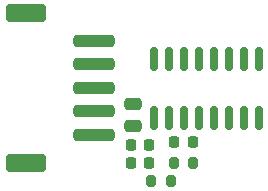
<source format=gbr>
%TF.GenerationSoftware,KiCad,Pcbnew,7.0.9-rc2*%
%TF.CreationDate,2024-02-17T00:19:55-08:00*%
%TF.ProjectId,ch552g_bob,63683535-3267-45f6-926f-622e6b696361,rev?*%
%TF.SameCoordinates,PX791ddc0PY5563218*%
%TF.FileFunction,Paste,Bot*%
%TF.FilePolarity,Positive*%
%FSLAX46Y46*%
G04 Gerber Fmt 4.6, Leading zero omitted, Abs format (unit mm)*
G04 Created by KiCad (PCBNEW 7.0.9-rc2) date 2024-02-17 00:19:55*
%MOMM*%
%LPD*%
G01*
G04 APERTURE LIST*
G04 Aperture macros list*
%AMRoundRect*
0 Rectangle with rounded corners*
0 $1 Rounding radius*
0 $2 $3 $4 $5 $6 $7 $8 $9 X,Y pos of 4 corners*
0 Add a 4 corners polygon primitive as box body*
4,1,4,$2,$3,$4,$5,$6,$7,$8,$9,$2,$3,0*
0 Add four circle primitives for the rounded corners*
1,1,$1+$1,$2,$3*
1,1,$1+$1,$4,$5*
1,1,$1+$1,$6,$7*
1,1,$1+$1,$8,$9*
0 Add four rect primitives between the rounded corners*
20,1,$1+$1,$2,$3,$4,$5,0*
20,1,$1+$1,$4,$5,$6,$7,0*
20,1,$1+$1,$6,$7,$8,$9,0*
20,1,$1+$1,$8,$9,$2,$3,0*%
G04 Aperture macros list end*
%ADD10RoundRect,0.200000X0.200000X0.275000X-0.200000X0.275000X-0.200000X-0.275000X0.200000X-0.275000X0*%
%ADD11RoundRect,0.225000X-0.225000X-0.250000X0.225000X-0.250000X0.225000X0.250000X-0.225000X0.250000X0*%
%ADD12RoundRect,0.150000X-0.150000X0.825000X-0.150000X-0.825000X0.150000X-0.825000X0.150000X0.825000X0*%
%ADD13RoundRect,0.225000X0.225000X0.250000X-0.225000X0.250000X-0.225000X-0.250000X0.225000X-0.250000X0*%
%ADD14RoundRect,0.250000X-0.475000X0.250000X-0.475000X-0.250000X0.475000X-0.250000X0.475000X0.250000X0*%
%ADD15RoundRect,0.250000X1.500000X-0.250000X1.500000X0.250000X-1.500000X0.250000X-1.500000X-0.250000X0*%
%ADD16RoundRect,0.250001X1.449999X-0.499999X1.449999X0.499999X-1.449999X0.499999X-1.449999X-0.499999X0*%
G04 APERTURE END LIST*
D10*
%TO.C,R1*%
X16447000Y-18414000D03*
X14797000Y-18414000D03*
%TD*%
D11*
%TO.C,C3*%
X14834000Y-16636000D03*
X16384000Y-16636000D03*
%TD*%
D12*
%TO.C,U1*%
X13082000Y-9654000D03*
X14352000Y-9654000D03*
X15622000Y-9654000D03*
X16892000Y-9654000D03*
X18162000Y-9654000D03*
X19432000Y-9654000D03*
X20702000Y-9654000D03*
X21972000Y-9654000D03*
X21972000Y-14604000D03*
X20702000Y-14604000D03*
X19432000Y-14604000D03*
X18162000Y-14604000D03*
X16892000Y-14604000D03*
X15622000Y-14604000D03*
X14352000Y-14604000D03*
X13082000Y-14604000D03*
%TD*%
D13*
%TO.C,C2*%
X12713000Y-16891000D03*
X11163000Y-16891000D03*
%TD*%
%TO.C,C1*%
X12713000Y-18415000D03*
X11163000Y-18415000D03*
%TD*%
D10*
%TO.C,R2*%
X14541000Y-19939000D03*
X12891000Y-19939000D03*
%TD*%
D14*
%TO.C,C4*%
X11303000Y-13401000D03*
X11303000Y-15301000D03*
%TD*%
D15*
%TO.C,J2*%
X8057000Y-16065000D03*
X8057000Y-14065000D03*
X8057000Y-12065000D03*
X8057000Y-10065000D03*
X8057000Y-8065000D03*
D16*
X2307000Y-18415000D03*
X2307000Y-5715000D03*
%TD*%
M02*

</source>
